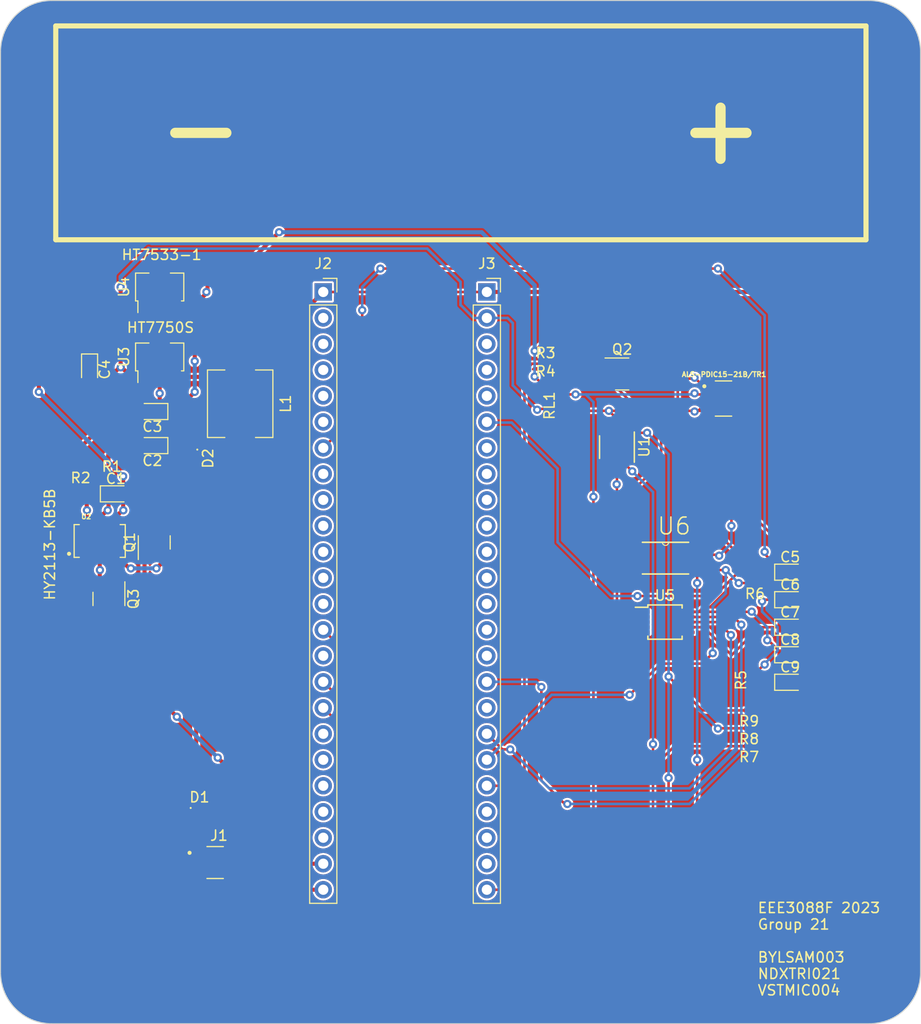
<source format=kicad_pcb>
(kicad_pcb (version 20221018) (generator pcbnew)
  (layers (0 "F.Cu" signal) (31 "B.Cu" signal) (34 "B.Paste" user) (35 "F.Paste" user) (36 "B.SilkS" user "B.Silkscreen") (37 "F.SilkS" user "F.Silkscreen") (38 "B.Mask" user) (39 "F.Mask" user) (44 "Edge.Cuts" user))
  (net 0 "")
  (net 1 "3V3 Switch")
  (net 2 "Vout - Light_Sensor")
  (net 3 "V5")
  (net 4 "VBatt-")
  (net 5 "Net-(U2-VDD)")
  (net 6 "Net-(D2-K)")
  (net 7 "Net-(U3-VOUT)")
  (net 8 "3V3")
  (net 9 "/NRST")
  (net 10 "Net-(C6-Pad1)")
  (net 11 "Net-(U5-VCC)")
  (net 12 "Net-(D1-A)")
  (net 17 "/PC13")
  (net 18 "/PC14")
  (net 19 "/PC15")
  (net 20 "/PF0")
  (net 21 "/PF1")
  (net 22 "/VSSA")
  (net 23 "/VDDA")
  (net 24 "/PA0")
  (net 25 "/PA1")
  (net 26 "/PA2")
  (net 27 "/PA3")
  (net 28 "SCL")
  (net 29 "/PA5")
  (net 30 "SDA")
  (net 31 "/PA7")
  (net 32 "/PB0")
  (net 33 "/PB1")
  (net 34 "/PB2")
  (net 35 "/PB10")
  (net 36 "/PB11")
  (net 37 "/PB9")
  (net 38 "/PB8")
  (net 39 "/BOOT0")
  (net 40 "/PB6")
  (net 41 "/PB5")
  (net 42 "/PB4")
  (net 43 "/PB3")
  (net 44 "/PA15")
  (net 45 "/PA14")
  (net 46 "/PF7")
  (net 47 "/PF6")
  (net 48 "/PA13")
  (net 49 "Rx")
  (net 50 "/PA11")
  (net 51 "Tx")
  (net 52 "/PA9")
  (net 53 "3V3 Logic")
  (net 54 "/PB15")
  (net 55 "Vcc(RHT sensor)")
  (net 56 "Vcc(Light sensor)")
  (net 57 "Net-(U3-LX)")
  (net 58 "Net-(Q1-D)")
  (net 59 "Net-(Q1-G)")
  (net 60 "Net-(Q2-G)")
  (net 61 "Net-(Q3-G)")
  (net 62 "Net-(U2-CS)")
  (net 67 "D+")
  (net 68 "D-")
  (footprint "Capacitor_Tantalum_SMD:CP_EIA-1608-08_AVX-J" (layer "F.Cu") (at 114.8575 90.17 180)
    (fp_text reference "C3")
    (fp_text value "10uF")
  )
  (footprint "Package_TO_SOT_SMD:SOT-23" (layer "F.Cu") (at 160.8125 86.5)
    (fp_text reference "Q2")
    (fp_text value "2N7002" hide)
  )
  (footprint "Library:OSC_ECX-L35BN-148.3516" (layer "F.Cu") (at 109.704 102.822)
    (fp_text reference "U2")
    (fp_text value "~")
  )
  (footprint "Capacitor_Tantalum_SMD:CP_EIA-1608-08_AVX-J" (layer "F.Cu") (at 108.712 86.0565 -90)
    (fp_text reference "C4")
    (fp_text value "10uF")
  )
  (footprint "Resistor_SMD:R_0201_0603Metric" (layer "F.Cu") (at 173.228 122.88 180)
    (fp_text reference "R7")
    (fp_text value "2K")
  )
  (footprint "Capacitor_Tantalum_SMD:CP_EIA-1608-08_AVX-J" (layer "F.Cu") (at 177.2425 105.872)
    (fp_text reference "C5")
    (fp_text value "100nF")
  )
  (footprint "Resistor_SMD:R_0201_0603Metric" (layer "F.Cu") (at 110.883 94.5 180)
    (fp_text reference "R1")
    (fp_text value "100")
  )
  (footprint "Resistor_SMD:R_0201_0603Metric" (layer "F.Cu") (at 153.32 87.29)
    (fp_text reference "R4")
    (fp_text value "10k")
  )
  (footprint "Connector_PinSocket_2.54mm:PinSocket_1x24_P2.54mm_Vertical" (layer "F.Cu") (at 131.572 78.486)
    (fp_text reference "J2")
    (fp_text value "Conn_01x24_Socket")
  )
  (footprint "Library:SOT95P280X145-6N" (layer "F.Cu") (at 120.995 134.25)
    (fp_text reference "J1")
    (fp_text value "USB_B_Micro")
  )
  (footprint "Capacitor_Tantalum_SMD:CP_EIA-1608-08_AVX-J" (layer "F.Cu") (at 177.2425 116.632)
    (fp_text reference "C9")
    (fp_text value "100nF")
  )
  (footprint "Capacitor_Tantalum_SMD:CP_EIA-1608-08_AVX-J" (layer "F.Cu") (at 177.2425 108.562)
    (fp_text reference "C6")
    (fp_text value "100nF")
  )
  (footprint "Resistor_SMD:R_0201_0603Metric" (layer "F.Cu") (at 173.228 119.38 180)
    (fp_text reference "R9")
    (fp_text value "2K")
  )
  (footprint "Resistor_SMD:R_0201_0603Metric" (layer "F.Cu") (at 107.835 97.708)
    (fp_text reference "R2")
    (fp_text value "2K")
  )
  (footprint "Capacitor_Tantalum_SMD:CP_EIA-1608-08_AVX-J" (layer "F.Cu") (at 111.2775 98.216)
    (fp_text reference "C1")
    (fp_text value "100nF")
  )
  (footprint "Diode_SMD:D_0201_0603Metric" (layer "F.Cu") (at 119.25 94.75 -90)
    (fp_text reference "D2")
    (fp_text value "D_Schottky")
  )
  (footprint "Connector_PinSocket_2.54mm:PinSocket_1x24_P2.54mm_Vertical" (layer "F.Cu") (at 147.574 78.486)
    (fp_text reference "J3")
    (fp_text value "Conn_01x24_Socket")
  )
  (footprint "Library:BAT_BH-18650-W" (layer "F.Cu") (at 145.034 62.484)
    (fp_text reference "BT1" hide)
    (fp_text value "Battery_Cell" hide)
  )
  (footprint "Package_TO_SOT_SMD:SOT-89-3" (layer "F.Cu") (at 115.57 84.836 90)
    (fp_text reference "U3")
    (fp_text value "~")
  )
  (footprint "Diode_SMD:D_0201_0603Metric" (layer "F.Cu") (at 119.462 128.916)
    (fp_text reference "D1")
    (fp_text value "D_Schottky")
  )
  (footprint "Package_TO_SOT_SMD:SOT-23" (layer "F.Cu") (at 110.606 108.4855 -90)
    (fp_text reference "Q3")
    (fp_text value "2N7002" hide)
  )
  (footprint "Package_TO_SOT_SMD:SOT-23" (layer "F.Cu") (at 115.038 102.9635 90)
    (fp_text reference "Q1")
    (fp_text value "2N7002")
  )
  (footprint "Library:SOP65P638X110-8N" (layer "F.Cu") (at 165.05 104.5)
    (fp_text reference "U6")
    (fp_text value "CAT24C256")
  )
  (footprint "Package_TO_SOT_SMD:SOT-89-3" (layer "F.Cu") (at 115.57 78 90)
    (fp_text reference "U4")
    (fp_text value "HT7533-1-SOT89")
  )
  (footprint "Resistor_SMD:R_0201_0603Metric" (layer "F.Cu") (at 154.75 89.595 90)
    (fp_text reference "RL1")
    (fp_text value "10k")
  )
  (footprint "Capacitor_Tantalum_SMD:CP_EIA-1608-08_AVX-J" (layer "F.Cu") (at 177.2425 111.252)
    (fp_text reference "C7")
    (fp_text value "1uF")
  )
  (footprint "Library:CAPCAV_CKCA43-8" (layer "F.Cu") (at 170.725 88.9)
    (fp_text reference "ALS-PDIC15-21B/TR1")
    (fp_text value "~")
  )
  (footprint "Resistor_SMD:R_0201_0603Metric" (layer "F.Cu") (at 173.802 106.934 180)
    (fp_text reference "R6")
    (fp_text value "2K")
  )
  (footprint "Resistor_SMD:R_0201_0603Metric" (layer "F.Cu") (at 173.228 121.13 180)
    (fp_text reference "R8")
    (fp_text value "2K")
  )
  (footprint "Package_SON:Texas_PWSON-N6" (layer "F.Cu") (at 160.3 93.65 -90)
    (fp_text reference "U1")
    (fp_text value "HDC1080")
  )
  (footprint "Inductor_SMD:L_6.3x6.3_H3" (layer "F.Cu") (at 123.444 89.408 -90)
    (fp_text reference "L1")
    (fp_text value "10uH")
  )
  (footprint "Capacitor_Tantalum_SMD:CP_EIA-1608-08_AVX-J" (layer "F.Cu") (at 177.2425 113.942)
    (fp_text reference "C8")
    (fp_text value "100nF")
  )
  (footprint "Resistor_SMD:R_0201_0603Metric" (layer "F.Cu") (at 153.32 85.5)
    (fp_text reference "R3")
    (fp_text value "330")
  )
  (footprint "Capacitor_Tantalum_SMD:CP_EIA-1608-08_AVX-J" (layer "F.Cu") (at 114.8575 93.5 180)
    (fp_text reference "C2")
    (fp_text value "10uF")
  )
  (footprint "Package_SO:MSOP-10_3x3mm_P0.5mm" (layer "F.Cu") (at 165 110.75)
    (fp_text reference "U5")
    (fp_text value "CH340E")
  )
  (footprint "Resistor_SMD:R_0201_0603Metric" (layer "F.Cu") (at 173.482 116.423 90)
    (fp_text reference "R5")
    (fp_text value "100K")
  )
  (gr_line (start 100 55) (end 100 145) (stroke (width 0.1)) (layer "Edge.Cuts"))
  (gr_line (start 190 55) (end 190 145) (stroke (width 0.1)) (layer "Edge.Cuts"))
  (gr_arc (start 100 55) (mid 101.464466 51.464466) (end 105 50) (stroke (width 0.1)) (layer "Edge.Cuts"))
  (gr_line (start 185 150) (end 105 150) (stroke (width 0.1)) (layer "Edge.Cuts"))
  (gr_arc (start 190 145) (mid 188.535534 148.535534) (end 185 150) (stroke (width 0.1)) (layer "Edge.Cuts"))
  (gr_line (start 105 50) (end 185 50) (stroke (width 0.1)) (layer "Edge.Cuts"))
  (gr_arc (start 185 50) (mid 188.535534 51.464466) (end 190 55) (stroke (width 0.1)) (layer "Edge.Cuts"))
  (gr_arc (start 105 150) (mid 101.464466 148.535534) (end 100 145) (stroke (width 0.1)) (layer "Edge.Cuts"))
  (gr_text "EEE3088F 2023\nGroup 21\n\nBYLSAM003\nNDXTRI021\nVSTMIC004" (at 173.99 147.32) (layer "F.SilkS") (effects (font (size 1 1)) (justify left bottom)))
  (gr_text "HT7533-1\n" (at 111.76 75.438) (layer "F.SilkS") (effects (font (size 1 1)) (justify left bottom)))
  (gr_text "HY2113-KB5B" (at 105.41 108.712 90) (layer "F.SilkS") (effects (font (size 1 1)) (justify left bottom)))
  (gr_text "HT7750S" (at 112.268 82.55) (layer "F.SilkS") (effects (font (size 1 1)) (justify left bottom)))
  (segment (start 160.3 99.45) (end 160.3 99.568) (width 0.25) (layer "F.Cu") (net 1))
  (segment (start 122.366 134.366) (end 124.75 134.366) (width 0.4) (layer "F.Cu") (net 1))
  (segment (start 111.75 79.25) (end 112.45 79.95) (width 0.4) (layer "F.Cu") (net 1))
  (segment (start 162.1544 103.5348) (end 162.1544 104.1698) (width 0.25) (layer "F.Cu") (net 1))
  (segment (start 126 133.116) (end 124.75 134.366) (width 0.4) (layer "F.Cu") (net 1))
  (segment (start 163.25 90.1) (end 162.6 90.1) (width 0.25) (layer "F.Cu") (net 1))
  (segment (start 162.525 90.1) (end 159.875 87.45) (width 0.25) (layer "F.Cu") (net 1))
  (segment (start 107.515 97.735) (end 106 99.25) (width 0.4) (layer "F.Cu") (net 1))
  (segment (start 114.07 86.786) (end 114.07 90.095) (width 0.4) (layer "F.Cu") (net 1))
  (segment (start 108.423 109.423) (end 110.606 109.423) (width 0.4) (layer "F.Cu") (net 1))
  (segment (start 159.512 90.1) (end 160.3 90.888) (width 0.25) (layer "F.Cu") (net 1))
  (segment (start 107.515 97.708) (end 107.515 97.735) (width 0.4) (layer "F.Cu") (net 1))
  (segment (start 167.964 90.1) (end 168.25 90.1) (width 0.25) (layer "F.Cu") (net 1))
  (segment (start 152.585 89.915) (end 152.5 90) (width 0.25) (layer "F.Cu") (net 1))
  (segment (start 168.75 87.7) (end 168 86.95) (width 0.25) (layer "F.Cu") (net 1))
  (segment (start 171.5 98.25) (end 164.625 91.375) (width 0.25) (layer "F.Cu") (net 1))
  (segment (start 160.3 109.246) (end 161.804 110.75) (width 0.25) (layer "F.Cu") (net 1))
  (segment (start 167.15 90.1) (end 167.824 90.1) (width 0.25) (layer "F.Cu") (net 1))
  (segment (start 162.1544 103.5348) (end 162.1544 105.4652) (width 0.25) (layer "F.Cu") (net 1))
  (segment (start 168.25 90.1) (end 169.95 90.1) (width 0.25) (layer "F.Cu") (net 1))
  (segment (start 166.25 87.7) (end 166.25 89.2) (width 0.25) (layer "F.Cu") (net 1))
  (segment (start 106 99.25) (end 106 107) (width 0.4) (layer "F.Cu") (net 1))
  (segment (start 107.5 94) (end 111.33 90.17) (width 0.4) (layer "F.Cu") (net 1))
  (segment (start 160.3 101.6804) (end 160.3 109.246) (width 0.25) (layer "F.Cu") (net 1))
  (segment (start 169.95 89.3) (end 169.05 89.3) (width 0.25) (layer "F.Cu") (net 1))
  (segment (start 108.712 86.769) (end 108.729 86.786) (width 0.4) (layer "F.Cu") (net 1))
  (segment (start 163.35 90.1) (end 163.25 90.1) (width 0.25) (layer "F.Cu") (net 1))
  (segment (start 111.852 85.852) (end 112.786 86.786) (width 0.4) (layer "F.Cu") (net 1))
  (segment (start 107.515 94.015) (end 107.5 94) (width 0.4) (layer "F.Cu") (net 1))
  (segment (start 121.25 124) (end 126 128.75) (width 0.4) (layer "F.Cu") (net 1))
  (segment (start 160.3 90.888) (end 160.3 92.25) (width 0.25) (layer "F.Cu") (net 1))
  (segment (start 164.625 95.125) (end 160.3 99.45) (width 0.25) (layer "F.Cu") (net 1))
  (segment (start 110.583 109.446) (end 110.606 109.423) (width 0.25) (layer "F.Cu") (net 1))
  (segment (start 177.955 105.872) (end 177.955 116.632) (width 0.25) (layer "F.Cu") (net 1))
  (segment (start 158.75 90.1) (end 154.935 90.1) (width 0.25) (layer "F.Cu") (net 1))
  (segment (start 162.6 90.1) (end 162.525 90.1) (width 0.25) (layer "F.Cu") (net 1))
  (segment (start 112.45 79.95) (end 114.07 79.95) (width 0.4) (layer "F.Cu") (net 1))
  (segment (start 169.95 87.7) (end 168.75 87.7) (width 0.25) (layer "F.Cu") (net 1))
  (segment (start 111.33 90.17) (end 114.145 90.17) (width 0.4) (layer "F.Cu") (net 1))
  (segment (start 177.955 104.705) (end 171.5 98.25) (width 0.25) (layer "F.Cu") (net 1))
  (segment (start 167.894 90.17) (end 167.964 90.1) (width 0.25) (layer "F.Cu") (net 1))
  (segment (start 164.625 91.375) (end 163.35 90.1) (width 0.25) (layer "F.Cu") (net 1))
  (segment (start 167.824 90.1) (end 167.894 90.17) (width 0.25) (layer "F.Cu") (net 1))
  (segment (start 160.3 97.308) (end 160.3 99.568) (width 0.25) (layer "F.Cu") (net 1))
  (segment (start 160.3 97) (end 160.3 97.256) (width 0.25) (layer "F.Cu") (net 1))
  (segment (start 167 86.95) (end 166.25 87.7) (width 0.25) (layer "F.Cu") (net 1))
  (segment (start 170.2105 104.1698) (end 170.3 104.2593) (width 0.25) (layer "F.Cu") (net 1))
  (segment (start 114.145 90.17) (end 114.145 93.5) (width 0.4) (layer "F.Cu") (net 1))
  (segment (start 154.75 89.915) (end 152.585 89.915) (width 0.25) (layer "F.Cu") (net 1))
  (segment (start 111.75 78) (end 111.75 79.25) (width 0.4) (layer "F.Cu") (net 1))
  (segment (start 159.512 90.1) (end 162.6 90.1) (width 0.25) (layer "F.Cu") (net 1))
  (segment (start 160.274 97.282) (end 160.3 97.308) (width 0.25) (layer "F.Cu") (net 1))
  (segment (start 161.804 110.75) (end 162.8 110.75) (width 0.25) (layer "F.Cu") (net 1))
  (segment (start 112.45 79.95) (end 112.3 79.95) (width 0.4) (layer "F.Cu") (net 1))
  (segment (start 168 86.95) (end 167.976 86.95) (width 0.25) (layer "F.Cu") (net 1))
  (segment (start 111.75 85.75) (end 111.76 85.76) (width 0.4) (layer "F.Cu") (net 1))
  (segment (start 126 133.116) (end 127.25 134.366) (width 0.4) (layer "F.Cu") (net 1))
  (segment (start 110.606 109.423) (end 110.606 113.356) (width 0.4) (layer "F.Cu") (net 1))
  (segment (start 160.3 97.256) (end 160.274 97.282) (width 0.25) (layer "F.Cu") (net 1))
  (segment (start 169.05 89.3) (end 168.25 90.1) (width 0.25) (layer "F.Cu") (net 1))
  (segment (start 159.75 87.575) (end 159.625 87.45) (width 0.25) (layer "F.Cu") (net 1))
  (segment (start 167.9456 104.1698) (end 170.2105 104.1698) (width 0.25) (layer "F.Cu") (net 1))
  (segment (start 127.25 134.366) (end 131.572 134.366) (width 0.4) (layer "F.Cu") (net 1))
  (segment (start 166.25 89.2) (end 167.15 90.1) (width 0.25) (layer "F.Cu") (net 1))
  (segment (start 160.3 97) (end 160.3 95.05) (width 0.25) (layer "F.Cu") (net 1))
  (segment (start 160.3 99.568) (end 160.3 101.6804) (width 0.25) (layer "F.Cu") (net 1))
  (segment (start 167.894 86.868) (end 167.812 86.95) (width 0.25) (layer "F.Cu") (net 1))
  (segment (start 111.75 80.5) (end 111.75 85.75) (width 0.4) (layer "F.Cu") (net 1))
  (segment (start 114.07 90.095) (end 114.145 90.17) (width 0.4) (layer "F.Cu") (net 1))
  (segment (start 112.3 79.95) (end 111.75 80.5) (width 0.4) (layer "F.Cu") (net 1))
  (segment (start 111.76 85.852) (end 111.852 85.852) (width 0.4) (layer "F.Cu") (net 1))
  (segment (start 111.76 85.76) (end 111.76 85.852) (width 0.4) (layer "F.Cu") (net 1))
  (segment (start 108.712 86.769) (end 110.731 86.769) (width 0.4) (layer "F.Cu") (net 1))
  (segment (start 106 107) (end 108.423 109.423) (width 0.4) (layer "F.Cu") (net 1))
  (segment (start 122.25 134.25) (end 122.366 134.366) (width 0.4) (layer "F.Cu") (net 1))
  (segment (start 164.625 91.375) (end 164.625 95.125) (width 0.25) (layer "F.Cu") (net 1))
  (segment (start 107.515 97.708) (end 107.515 94.015) (width 0.4) (layer "F.Cu") (net 1))
  (segment (start 154.935 90.1) (end 154.75 89.915) (width 0.25) (layer "F.Cu") (net 1))
  (segment (start 159.512 90.1) (end 158.75 90.1) (width 0.25) (layer "F.Cu") (net 1))
  (segment (start 112.786 86.786) (end 114.07 86.786) (width 0.4) (layer "F.Cu") (net 1))
  (segment (start 177.955 105.872) (end 177.955 104.705) (width 0.25) (layer "F.Cu") (net 1))
  (segment (start 110.606 113.356) (end 117.25 120) (width 0.4) (layer "F.Cu") (net 1))
  (segment (start 167.15 90.1) (end 163.25 90.1) (width 0.25) (layer "F.Cu") (net 1))
  (segment (start 110.731 86.769) (end 111.75 85.75) (width 0.4) (layer "F.Cu") (net 1))
  (segment (start 167.976 86.95) (end 167.894 86.868) (width 0.25) (layer "F.Cu") (net 1))
  (segment (start 171.5 101.346) (end 171.5 98.25) (width 0.25) (layer "F.Cu") (net 1))
  (segment (start 159.512 90.1) (end 159.696 90.1) (width 0.25) (layer "F.Cu") (net 1))
  (segment (start 126 128.75) (end 126 133.116) (width 0.4) (layer "F.Cu") (net 1))
  (segment (start 160.3 101.6804) (end 162.1544 103.5348) (width 0.25) (layer "F.Cu") (net 1))
  (segment (start 167.812 86.95) (end 167 86.95) (width 0.25) (layer "F.Cu") (net 1))
  (via (at 111.76 85.852) (size 0.8) (drill 0.4) (layers "F.Cu" "B.Cu") (net 1))
  (via (at 171.5 101.346) (size 0.8) (drill 0.4) (layers "F.Cu" "B.Cu") (net 1))
  (via (at 160.274 97.282) (size 0.8) (drill 0.4) (layers "F.Cu" "B.Cu") (net 1))
  (via (at 159.512 90.1) (size 0.8) (drill 0.4) (layers "F.Cu" "B.Cu") (net 1))
  (via (at 121.25 124) (size 0.8) (drill 0.4) (layers "F.Cu" "B.Cu") (net 1))
  (via (at 167.894 86.868) (size 0.8) (drill 0.4) (layers "F.Cu" "B.Cu") (net 1))
  (via (at 111.75 78) (size 0.8) (drill 0.4) (layers "F.Cu" "B.Cu") (net 1))
  (via (at 170.3 104.2593) (size 0.8) (drill 0.4) (layers "F.Cu" "B.Cu") (net 1))
  (via (at 167.894 90.17) (size 0.8) (drill 0.4) (layers "F.Cu" "B.Cu") (net 1))
  (via (at 152.5 90) (size 0.8) (drill 0.4) (layers "F.Cu" "B.Cu") (net 1))
  (via (at 117.25 120) (size 0.8) (drill 0.4) (layers "F.Cu" "B.Cu") (net 1))
  (segment (start 150.114 81.534) (end 150.114 87.614) (width 0.25) (layer "B.Cu") (net 1))
  (segment (start 114.5 74.25) (end 141.75 74.25) (width 0.25) (layer "B.Cu") (net 1))
  (segment (start 170.3 104.25) (end 170.3 104.2593) (width 0.25) (layer "B.Cu") (net 1))
  (segment (start 141.75 74.25) (end 145 77.5) (width 0.25) (layer "B.Cu") (net 1))
  (segment (start 150.114 87.614) (end 152.5 90) (width 0.25) (layer "B.Cu") (net 1))
  (segment (start 145 77.5) (end 145 79.75) (width 0.25) (layer "B.Cu") (net 1))
  (segment (start 171.5 101.346) (end 171.5 103.05) (width 0.25) (layer "B.Cu") (net 1))
  (segment (start 111.75 78) (end 111.75 77) (width 0.4) (layer "B.Cu") (net 1))
  (segment (start 171.5 103.05) (end 170.3 104.25) (width 0.25) (layer "B.Cu") (net 1))
  (segment (start 149.606 81.026) (end 150.114 81.534) (width 0.25) (layer "B.Cu") (net 1))
  (segment (start 117.25 120) (end 121.25 124) (width 0.4) (layer "B.Cu") (net 1))
  (segment (start 147.574 81.026) (end 149.606 81.026) (width 0.25) (layer "B.Cu") (net 1))
  (segment (start 111.75 77) (end 114.5 74.25) (width 0.4) (layer "B.Cu") (net 1))
  (segment (start 146.276 81.026) (end 145 79.75) (width 0.25) (layer "B.Cu") (net 1))
  (segment (start 147.574 81.026) (end 146.276 81.026) (width 0.25) (layer "B.Cu") (net 1))
  (segment (start 167.894 88.392) (end 168.002 88.5) (width 0.25) (layer "F.Cu") (net 2))
  (segment (start 158 130) (end 151.094 136.906) (width 0.25) (layer "F.Cu") (net 2))
  (segment (start 158 98.5) (end 158 130) (width 0.25) (layer "F.Cu") (net 2))
  (segment (start 156.25 88.5) (end 155.525 88.5) (width 0.25) (layer "F.Cu") (net 2))
  (segment (start 168.002 88.5) (end 169.95 88.5) (width 0.25) (layer "F.Cu") (net 2))
  (segment (start 151.094 136.906) (end 147.574 136.906) (width 0.25) (layer "F.Cu") (net 2))
  (segment (start 155.525 88.5) (end 154.75 89.275) (width 0.25) (layer "F.Cu") (net 2))
  (via (at 158 98.5) (size 0.8) (drill 0.4) (layers "F.Cu" "B.Cu") (net 2))
  (via (at 156.25 88.5) (size 0.8) (drill 0.4) (layers "F.Cu" "B.Cu") (net 2))
  (via (at 167.894 88.392) (size 0.8) (drill 0.4) (layers "F.Cu" "B.Cu") (net 2))
  (segment (start 167.786 88.5) (end 157.25 88.5) (width 0.25) (layer "B.Cu") (net 2))
  (segment (start 157.25 88.5) (end 156.25 88.5) (width 0.25) (layer "B.Cu") (net 2))
  (segment (start 157.25 88.5) (end 158 89.25) (width 0.25) (layer "B.Cu") (net 2))
  (segment (start 167.894 88.392) (end 167.786 88.5) (width 0.25) (layer "B.Cu") (net 2))
  (segment (start 158 91.25) (end 158 98.5) (width 0.25) (layer "B.Cu") (net 2))
  (segment (start 158 89.25) (end 158 91.25) (width 0.25) (layer "B.Cu") (net 2))
  (segment (start 173.482 109.728) (end 173.46 109.75) (width 0.25) (layer "F.Cu") (net 3))
  (segment (start 147.574 78.486) (end 131.572 78.486) (width 0.25) (layer "F.Cu") (net 3))
  (segment (start 174.122 106.934) (end 174.122 106.05) (width 0.25) (layer "F.Cu") (net 3))
  (segment (start 168.91 102.616) (end 170.688 102.616) (width 0.25) (layer "F.Cu") (net 3))
  (segment (start 167.9456 103.5348) (end 167.9912 103.5348) (width 0.25) (layer "F.Cu") (net 3))
  (segment (start 170.3 107.75) (end 168.3 109.75) (width 0.25) (layer "F.Cu") (net 3))
  (segment (start 170.688 102.616) (end 172.55 104.478) (width 0.25) (layer "F.Cu") (net 3))
  (segment (start 119 128.774) (end 119.142 128.916) (width 0.4) (layer "F.Cu") (net 3))
  (segment (start 169.846 108.204) (end 162.306 108.204) (width 0.25) (layer "F.Cu") (net 3))
  (segment (start 173.482 116.743) (end 176.419 116.743) (width 0.25) (layer "F.Cu") (net 3))
  (segment (start 174.122 106.05) (end 172.55 104.478) (width 0.25) (layer "F.Cu") (net 3))
  (segment (start 175.11 112.522) (end 176.53 113.942) (width 0.25) (layer "F.Cu") (net 3))
  (segment (start 119.142 128.916) (end 119.142 103.608) (width 0.4) (layer "F.Cu") (net 3))
  (segment (start 117.089 134.634) (end 119.361 136.906) (width 0.4) (layer "F.Cu") (net 3))
  (segment (start 131.572 78.486) (end 128.25 81.808) (width 0.4) (layer "F.Cu") (net 3))
  (segment (start 186.75 64.925) (end 184.759 62.934) (width 0.25) (layer "F.Cu") (net 3))
  (segment (start 124.5 102.25) (end 120.5 102.25) (width 0.4) (layer "F.Cu") (net 3))
  (segment (start 119.25 95.07) (end 111.773 95.07) (width 0.4) (layer "F.Cu") (net 3))
  (segment (start 128.25 81.808) (end 128.25 98.5) (width 0.4) (layer "F.Cu") (net 3))
  (segment (start 175.006 112.522) (end 175.11 112.522) (width 0.25) (layer "F.Cu") (net 3))
  (segment (start 173.482 119.314) (end 173.548 119.38) (width 0.25) (layer "F.Cu") (net 3))
  (segment (start 173.548 119.38) (end 173.548 121.13) (width 0.25) (layer "F.Cu") (net 3))
  (segment (start 176.419 116.743) (end 176.53 116.632) (width 0.25) (layer "F.Cu") (net 3))
  (segment (start 170.3 107.75) (end 169.846 108.204) (width 0.25) (layer "F.Cu") (net 3))
  (segment (start 186.5 73.25) (end 186.5 64.675) (width 0.4) (layer "F.Cu") (net 3))
  (segment (start 119.361 136.906) (end 131.572 136.906) (width 0.4) (layer "F.Cu") (net 3))
  (segment (start 186.5 64.675) (end 184.759 62.934) (width 0.4) (layer "F.Cu") (net 3))
  (segment (start 147.574 78.486) (end 181.264 78.486) (width 0.4) (layer "F.Cu") (net 3))
  (segment (start 120.5 102.25) (end 119.25 101) (width 0.4) (layer "F.Cu") (net 3))
  (segment (start 167.9912 103.5348) (end 168.91 102.616) (width 0.25) (layer "F.Cu") (net 3))
  (segment (start 119.142 128.916) (end 117.089 130.969) (width 0.4) (layer "F.Cu") (net 3))
  (segment (start 172.55 104.478) (end 172.55 105.5) (width 0.25) (layer "F.Cu") (net 3))
  (segment (start 176.53 116.632) (end 176.256 116.906) (width 0.25) (layer "F.Cu") (net 3))
  (segment (start 176.53 113.942) (end 176.53 116.632) (width 0.25) (layer "F.Cu") (net 3))
  (segment (start 111.773 95.07) (end 111.203 94.5) (width 0.4) (layer "F.Cu") (net 3))
  (segment (start 168.3 109.75) (end 167.2 109.75) (width 0.25) (layer "F.Cu") (net 3))
  (segment (start 128.25 98.5) (end 124.5 102.25) (width 0.4) (layer "F.Cu") (net 3))
  (segment (start 173.482 116.743) (end 173.482 119.314) (width 0.25) (layer "F.Cu") (net 3))
  (segment (start 173.46 109.75) (end 167.2 109.75) (width 0.25) (layer "F.Cu") (net 3))
  (segment (start 117.089 130.969) (end 117.089 134.634) (width 0.4) (layer "F.Cu") (net 3))
  (segment (start 181.264 78.486) (end 186.5 73.25) (width 0.4) (layer "F.Cu") (net 3))
  (segment (start 119.25 95.07) (end 119.25 101) (width 0.4) (layer "F.Cu") (net 3))
  (segment (start 172.55 105.5) (end 170.3 107.75) (width 0.25) (layer "F.Cu") (net 3))
  (segment (start 119.142 103.608) (end 120.5 102.25) (width 0.4) (layer "F.Cu") (net 3))
  (segment (start 173.548 122.88) (end 173.548 121.13) (width 0.25) (layer "F.Cu") (net 3))
  (via (at 162.306 108.204) (size 0.8) (drill 0.4) (layers "F.Cu" "B.Cu") (net 3))
  (via (at 173.482 109.728) (size 0.8) (drill 0.4) (layers "F.Cu" "B.Cu") (net 3))
  (via (at 175.006 112.522) (size 0.8) (drill 0.4) (layers "F.Cu" "B.Cu") (net 3))
  (segment (start 154.5 102.95) (end 154.5 95.75) (width 0.25) (layer "B.Cu") (net 3))
  (segment (start 147.638 91.25) (end 147.574 91.186) (width 0.25) (layer "B.Cu") (net 3))
  (segment (start 154.5 95.75) (end 150 91.25) (width 0.25) (layer "B.Cu") (net 3))
  (segment (start 175.006 111.252) (end 175.006 112.522) (width 0.25) (layer "B.Cu") (net 3))
  (segment (start 173.482 109.728) (end 175.006 111.252) (width 0.25) (layer "B.Cu") (net 3))
  (segment (start 150 91.25) (end 147.638 91.25) (width 0.25) (layer "B.Cu") (net 3))
  (segment (start 159.754 108.204) (end 154.5 102.95) (width 0.25) (layer "B.Cu") (net 3))
  (segment (start 162.306 108.204) (end 159.754 108.204) (width 0.25) (layer "B.Cu") (net 3))
  (segment (start 103.75 64.493) (end 103.75 88.25) (width 0.4) (layer "F.Cu") (net 4))
  (segment (start 115 101.988) (end 115.038 102.026) (width 0.4) (layer "F.Cu") (net 4))
  (segment (start 110.974 101.772) (end 110.974 100.776) (width 0.4) (layer "F.Cu") (net 4))
  (segment (start 112 98.226) (end 111.99 98.216) (width 0.4) (layer "F.Cu") (net 4))
  (segment (start 115 100) (end 115 101.988) (width 0.4) (layer "F.Cu") (net 4))
  (segment (start 112 99.75) (end 112 98.226) (width 0.4) (layer "F.Cu") (net 4))
  (segment (start 105.309 62.934) (end 103.75 64.493) (width 0.4) (layer "F.Cu") (net 4))
  (segment (start 110.974 100.776) (end 111.928 99.822) (width 0.4) (layer "F.Cu") (net 4))
  (segment (start 112 96.5) (end 112 98.206) (width 0.4) (layer "F.Cu") (net 4))
  (segment (start 112.014 99.736) (end 112 99.75) (width 0.4) (layer "F.Cu") (net 4))
  (segment (start 113.216 98.216) (end 115 100) (width 0.4) (layer "F.Cu") (net 4))
  (segment (start 111.928 99.822) (end 112.014 99.822) (width 0.4) (layer "F.Cu") (net 4))
  (segment (start 112 98.206) (end 111.99 98.216) (width 0.4) (layer "F.Cu") (net 4))
  (segment (start 112.014 99.822) (end 112.014 99.736) (width 0.4) (layer "F.Cu") (net 4))
  (segment (start 111.99 98.216) (end 113.216 98.216) (width 0.4) (layer "F.Cu") (net 4))
  (via (at 112.014 99.822) (size 0.8) (drill 0.4) (layers "F.Cu" "B.Cu") (net 4))
  (via (at 103.75 88.25) (size 0.8) (drill 0.4) (layers "F.Cu" "B.Cu") (net 4))
  (via (at 112 96.5) (size 0.8) (drill 0.4) (layers "F.Cu" "B.Cu") (net 4))
  (segment (start 103.75 88.25) (end 112 96.5) (width 0.4) (layer "B.Cu") (net 4))
  (segment (start 110.49 99.822) (end 110.428 99.822) (width 0.4) (layer "F.Cu") (net 5))
  (segment (start 110.565 99.685) (end 110.49 99.76) (width 0.4) (layer "F.Cu") (net 5))
  (segment (start 110.565 98.216) (end 110.565 99.685) (width 0.4) (layer "F.Cu") (net 5))
  (segment (start 110.49 99.76) (end 110.49 99.822) (width 0.4) (layer "F.Cu") (net 5))
  (segment (start 109.704 100.546) (end 109.704 101.772) (width 0.4) (layer "F.Cu") (net 5))
  (segment (start 110.563 98.214) (end 110.565 98.216) (width 0.4) (layer "F.Cu") (net 5))
  (segment (start 110.428 99.822) (end 109.704 100.546) (width 0.4) (layer "F.Cu") (net 5))
  (segment (start 110.563 94.5) (end 110.563 98.214) (width 0.4) (layer "F.Cu") (net 5))
  (via (at 110.49 99.822) (size 0.8) (drill 0.4) (layers "F.Cu" "B.Cu") (net 5))
  (segment (start 123.444 93.306) (end 123.444 92.158) (width 0.4) (layer "F.Cu") (net 6))
  (segment (start 119.25 94.43) (end 118.93 94.43) (width 0.4) (layer "F.Cu") (net 6))
  (segment (start 118.93 94.43) (end 118 93.5) (width 0.4) (layer "F.Cu") (net 6))
  (segment (start 119.25 94.43) (end 122.32 94.43) (width 0.4) (layer "F.Cu") (net 6))
  (segment (start 122.32 94.43) (end 123.444 93.306) (width 0.4) (layer "F.Cu") (net 6))
  (segment (start 115.57 93.5) (end 118 93.5) (width 0.4) (layer "F.Cu") (net 6))
  (segment (start 115.57 81.07) (end 115.57 79.8625) (width 0.4) (layer "F.Cu") (net 7))
  (segment (start 116.5 82) (end 115.57 81.07) (width 0.4) (layer "F.Cu") (net 7))
  (segment (start 115.57 90.17) (end 117.08 90.17) (width 0.4) (layer "F.Cu") (net 7))
  (segment (start 119 83) (end 118 82) (width 0.4) (layer "F.Cu") (net 7))
  (segment (start 119 85.25) (end 119 83) (width 0.4) (layer "F.Cu") (net 7))
  (segment (start 115.57 86.6985) (end 115.57 88.392) (width 0.4) (layer "F.Cu") (net 7))
  (segment (start 115.57 88.392) (end 115.57 90.17) (width 0.4) (layer "F.Cu") (net 7))
  (segment (start 118 82) (end 116.5 82) (width 0.4) (layer "F.Cu") (net 7))
  (segment (start 117.08 90.17) (end 119 88.25) (width 0.4) (layer "F.Cu") (net 7))
  (via (at 119 88.25) (size 0.8) (drill 0.4) (layers "F.Cu" "B.Cu") (net 7))
  (via (at 119 85.25) (size 0.8) (drill 0.4) (layers "F.Cu" "B.Cu") (net 7))
  (via (at 115.57 88.392) (size 0.8) (drill 0.4) (layers "F.Cu" "B.Cu") (net 7))
  (segment (start 119 88.25) (end 119 85.25) (width 0.4) (layer "B.Cu") (net 7))
  (segment (start 120.25 78.5) (end 120.264 78.486) (width 0.4) (layer "F.Cu") (net 8))
  (segment (start 153.5 83) (end 160.75 83) (width 0.25) (layer "F.Cu") (net 8))
  (segment (start 160.75 83) (end 161.75 84) (width 0.25) (layer "F.Cu") (net 8))
  (segment (start 118.25 75) (end 124.898 75) (width 0.4) (layer "F.Cu") (net 8))
  (segment (start 124.898 75) (end 127.254 72.644) (width 0.4) (layer "F.Cu") (net 8))
  (segment (start 108.712 85.344) (end 108.712 78.788) (width 0.4) (layer "F.Cu") (net 8))
  (segment (start 120.142 78.608) (end 118.8 79.95) (width 0.4) (layer "F.Cu") (net 8))
  (segment (start 120.142 78.486) (end 120.142 78.608) (width 0.4) (layer "F.Cu") (net 8))
  (segment (start 152.25 84.25) (end 153.5 83) (width 0.25) (layer "F.Cu") (net 8))
  (segment (start 153 87.29) (end 152.79 87.29) (width 0.25) (layer "F.Cu") (net 8))
  (segment (start 108.712 78.788) (end 112.5 75) (width 0.4) (layer "F.Cu") (net 8))
  (segment (start 120.264 78.486) (end 120.142 78.486) (width 0.4) (layer "F.Cu") (net 8))
  (segment (start 152.79 87.29) (end 152.25 86.75) (width 0.25) (layer "F.Cu") (net 8))
  (segment (start 112.5 75) (end 118.25 75) (width 0.4) (layer "F.Cu") (net 8))
  (segment (start 161.75 84) (end 161.75 86.5) (width 0.25) (layer "F.Cu") (net 8))
  (segment (start 118.8 79.95) (end 117.07 79.95) (width 0.4) (layer "F.Cu") (net 8))
  (segment (start 120.25 77) (end 120.25 78.5) (width 0.4) (layer "F.Cu") (net 8))
  (segment (start 118.25 75) (end 120.25 77) (width 0.4) (layer "F.Cu") (net 8))
  (via (at 120.142 78.486) (size 0.8) (drill 0.4) (layers "F.Cu" "B.Cu") (net 8))
  (via (at 152.25 86.75) (size 0.8) (drill 0.4) (layers "F.Cu" "B.Cu") (net 8))
  (via (at 152.25 84.25) (size 0.8) (drill 0.4) (layers "F.Cu" "B.Cu") (net 8))
  (via (at 127.254 72.644) (size 0.8) (drill 0.4) (layers "F.Cu" "B.Cu") (net 8))
  (segment (start 127.254 72.644) (end 147.066 72.644) (width 0.4) (layer "B.Cu") (net 8))
  (segment (start 147.066 72.644) (end 152.25 77.828) (width 0.4) (layer "B.Cu") (net 8))
  (segment (start 152.25 77.828) (end 152.25 84.25) (width 0.4) (layer "B.Cu") (net 8))
  (segment (start 152.25 86.75) (end 152.25 84.25) (width 0.25) (layer "B.Cu") (net 8))
  (segment (start 174.752 104.094) (end 174.752 103.886) (width 0.25) (layer "F.Cu") (net 9))
  (segment (start 131.572 93.726) (end 135.382 89.916) (width 0.25) (layer "F.Cu") (net 9))
  (segment (start 170.18 76.2) (end 137.16 76.2) (width 0.25) (layer "F.Cu") (net 9))
  (segment (start 176.53 105.872) (end 174.752 104.094) (width 0.25) (layer "F.Cu") (net 9))
  (segment (start 135.382 89.916) (end 135.382 80.264) (width 0.25) (layer "F.Cu") (net 9))
  (via (at 137.16 76.2) (size 0.8) (drill 0.4) (layers "F.Cu" "B.Cu") (net 9))
  (via (at 170.18 76.2) (size 0.8) (drill 0.4) (layers "F.Cu" "B.Cu") (net 9))
  (via (at 135.382 80.264) (size 0.8) (drill 0.4) (layers "F.Cu" "B.Cu") (net 9))
  (via (at 174.752 103.886) (size 0.8) (drill 0.4) (layers "F.Cu" "B.Cu") (net 9))
  (segment (start 170.18 76.2) (end 174.752 80.772) (width 0.25) (layer "B.Cu") (net 9))
  (segment (start 135.382 80.264) (end 135.382 77.978) (width 0.25) (layer "B.Cu") (net 9))
  (segment (start 174.752 80.772) (end 174.752 103.886) (width 0.25) (layer "B.Cu") (net 9))
  (segment (start 135.382 77.978) (end 137.16 76.2) (width 0.25) (layer "B.Cu") (net 9))
  (segment (start 174.752 114.899) (end 174.686 114.899) (width 0.25) (layer "F.Cu") (net 10))
  (segment (start 176.53 108.562) (end 174.648 108.562) (width 0.25) (layer "F.Cu") (net 10))
  (segment (start 174.648 108.562) (end 174.498 108.712) (width 0.25) (layer "F.Cu") (net 10))
  (segment (start 174.686 114.899) (end 173.482 116.103) (width 0.25) (layer "F.Cu") (net 10))
  (via (at 174.498 108.712) (size 0.8) (drill 0.4) (layers "F.Cu" "B.Cu") (net 10))
  (via (at 174.752 114.899) (size 0.8) (drill 0.4) (layers "F.Cu" "B.Cu") (net 10))
  (segment (start 176.022 113.538) (end 176.022 111.252) (width 0.25) (layer "B.Cu") (net 10))
  (segment (start 176.022 111.252) (end 174.498 109.728) (width 0.25) (layer "B.Cu") (net 10))
  (segment (start 174.498 115.062) (end 176.022 113.538) (width 0.25) (layer "B.Cu") (net 10))
  (segment (start 174.498 109.728) (end 174.498 108.712) (width 0.25) (layer "B.Cu") (net 10))
  (segment (start 174.244 111.252) (end 176.53 111.252) (width 0.25) (layer "F.Cu") (net 11))
  (segment (start 168.781 111.25) (end 171.5135 113.9825) (width 0.25) (layer "F.Cu") (net 11))
  (segment (start 171.5135 113.9825) (end 174.244 111.252) (width 0.25) (layer "F.Cu") (net 11))
  (segment (start 167.2 111.25) (end 168.781 111.25) (width 0.25) (layer "F.Cu") (net 11))
  (segment (start 119.782 133.258) (end 119.74 133.3) (width 0.4) (layer "F.Cu") (net 12))
  (segment (start 119.782 128.916) (end 119.782 133.258) (width 0.4) (layer "F.Cu") (net 12))
  (segment (start 163.83 124.968) (end 163.83 136.398) (width 0.25) (layer "F.Cu") (net 28))
  (segment (start 137.414 117.348) (end 131.572 111.506) (width 0.25) (layer "F.Cu") (net 28))
  (segment (start 160.274 139.954) (end 139.446 139.954) (width 0.25) (layer "F.Cu") (net 28))
  (segment (start 161.25 95.464) (end 161.798 96.012) (width 0.25) (layer "F.Cu") (net 28))
  (segment (start 172.908 122.88) (end 165.918 122.88) (width 0.25) (layer "F.Cu") (net 28))
  (segment (start 161.25 95.05) (end 161.25 95.464) (width 0.25) (layer "F.Cu") (net 28))
  (segment (start 163.83 136.398) (end 160.274 139.954) (width 0.25) (layer "F.Cu") (net 28))
  (segment (start 165.918 122.88) (end 163.83 124.968) (width 0.25) (layer "F.Cu") (net 28))
  (segment (start 163.83 122.682) (end 163.83 124.968) (width 0.25) (layer "F.Cu") (net 28))
  (segment (start 139.446 139.954) (end 137.414 137.922) (width 0.25) (layer "F.Cu") (net 28))
  (segment (start 137.414 137.922) (end 137.414 117.348) (width 0.25) (layer "F.Cu") (net 28))
  (via (at 161.798 96.012) (size 0.8) (drill 0.4) (layers "F.Cu" "B.Cu") (net 28))
  (via (at 163.83 122.682) (size 0.8) (drill 0.4) (layers "F.Cu" "B.Cu") (net 28))
  (segment (start 163.83 98.044) (end 161.798 96.012) (width 0.25) (layer "B.Cu") (net 28))
  (segment (start 163.83 122.682) (end 163.83 98.044) (width 0.25) (layer "B.Cu") (net 28))
  (segment (start 172.908 119.38) (end 168.656 119.38) (width 0.25) (layer "F.Cu") (net 30))
  (segment (start 168.656 119.38) (end 165.354 116.078) (width 0.25) (layer "F.Cu") (net 30))
  (segment (start 136.144 138.43) (end 136.144 121.158) (width 0.25) (layer "F.Cu") (net 30))
  (segment (start 138.684 140.97) (end 136.144 138.43) (width 0.25) (layer "F.Cu") (net 30))
  (segment (start 161.036 140.97) (end 138.684 140.97) (width 0.25) (layer "F.Cu") (net 30))
  (segment (start 136.144 121.158) (end 131.572 116.586) (width 0.25) (layer "F.Cu") (net 30))
  (segment (start 165.354 125.984) (end 165.354 136.652) (width 0.25) (layer "F.Cu") (net 30))
  (segment (start 165.354 136.652) (end 161.036 140.97) (width 0.25) (layer "F.Cu") (net 30))
  (segment (start 161.25 92.25) (end 163.25 92.25) (width 0.25) (layer "F.Cu") (net 30))
  (via (at 165.354 125.984) (size 0.8) (drill 0.4) (layers "F.Cu" "B.Cu") (net 30))
  (via (at 163.25 92.25) (size 0.8) (drill 0.4) (layers "F.Cu" "B.Cu") (net 30))
  (via (at 165.354 116.078) (size 0.8) (drill 0.4) (layers "F.Cu" "B.Cu") (net 30))
  (segment (start 165.354 116.078) (end 165.354 125.984) (width 0.25) (layer "B.Cu") (net 30))
  (segment (start 165.354 116.078) (end 165.354 94.354) (width 0.25) (layer "B.Cu") (net 30))
  (segment (start 165.354 94.354) (end 163.25 92.25) (width 0.25) (layer "B.Cu") (net 30))
  (segment (start 170.18 121.158) (end 170.208 121.13) (width 0.25) (layer "F.Cu") (net 31))
  (segment (start 170.208 121.13) (end 172.908 121.13) (width 0.25) (layer "F.Cu") (net 31))
  (segment (start 168.148 106.934) (end 168.148 105.6676) (width 0.25) (layer "F.Cu") (net 31))
  (segment (start 134.874 122.428) (end 131.572 119.126) (width 0.25) (layer "F.Cu") (net 31))
  (segment (start 137.668 141.986) (end 134.424 138.742) (width 0.25) (layer "F.Cu") (net 31))
  (segment (start 161.544 141.986) (end 137.668 141.986) (width 0.25) (layer "F.Cu") (net 31))
  (segment (start 134.424 122.878) (end 134.874 122.428) (width 0.25) (layer "F.Cu") (net 31))
  (segment (start 134.424 138.742) (end 134.424 122.878) (width 0.25) (layer "F.Cu") (net 31))
  (segment (start 168.148 124.206) (end 168.148 135.382) (width 0.25) (layer "F.Cu") (net 31))
  (segment (start 168.148 135.382) (end 161.544 141.986) (width 0.25) (layer "F.Cu") (net 31))
  (segment (start 168.148 105.6676) (end 167.9456 105.4652) (width 0.25) (layer "F.Cu") (net 31))
  (via (at 170.18 121.158) (size 0.8) (drill 0.4) (layers "F.Cu" "B.Cu") (net 31))
  (via (at 168.148 124.206) (size 0.8) (drill 0.4) (layers "F.Cu" "B.Cu") (net 31))
  (via (at 168.148 106.934) (size 0.8) (drill 0.4) (layers "F.Cu" "B.Cu") (net 31))
  (segment (start 170.18 121.158) (end 168.148 119.126) (width 0.25) (layer "B.Cu") (net 31))
  (segment (start 168.148 119.126) (end 168.148 106.934) (width 0.25) (layer "B.Cu") (net 31))
  (segment (start 168.148 119.126) (end 168.148 124.206) (width 0.25) (layer "B.Cu") (net 31))
  (segment (start 155.194 128.524) (end 155.448 128.524) (width 0.25) (layer "F.Cu") (net 49))
  (segment (start 152.908 117.094) (end 152.908 126.238) (width 0.25) (layer "F.Cu") (net 49))
  (segment (start 171.718 110.25) (end 167.2 110.25) (width 0.25) (layer "F.Cu") (net 49))
  (segment (start 172.466 110.998) (end 171.718 110.25) (width 0.25) (layer "F.Cu") (net 49))
  (segment (start 152.908 126.238) (end 155.194 128.524) (width 0.25) (layer "F.Cu") (net 49))
  (via (at 172.466 110.998) (size 0.8) (drill 0.4) (layers "F.Cu" "B.Cu") (net 49))
  (via (at 155.448 128.524) (size 0.8) (drill 0.4) (layers "F.Cu" "B.Cu") (net 49))
  (via (at 152.908 117.094) (size 0.8) (drill 0.4) (layers "F.Cu" "B.Cu") (net 49))
  (segment (start 152.908 117.094) (end 152.4 116.586) (width 0.25) (layer "B.Cu") (net 49))
  (segment (start 167.386 128.524) (end 172.466 123.444) (width 0.25) (layer "B.Cu") (net 49))
  (segment (start 172.466 123.444) (end 172.466 110.998) (width 0.25) (layer "B.Cu") (net 49))
  (segment (start 155.448 128.524) (end 167.386 128.524) (width 0.25) (layer "B.Cu") (net 49))
  (segment (start 152.4 116.586) (end 147.574 116.586) (width 0.25) (layer "B.Cu") (net 49))
  (segment (start 171.45 112.014) (end 170.186 110.75) (width 0.25) (layer "F.Cu") (net 51))
  (segment (start 149.098 123.19) (end 147.574 121.666) (width 0.25) (layer "F.Cu") (net 51))
  (segment (start 170.186 110.75) (end 167.2 110.75) (width 0.25) (layer "F.Cu") (net 51))
  (segment (start 149.86 123.19) (end 149.098 123.19) (width 0.25) (layer "F.Cu") (net 51))
  (via (at 171.45 112.014) (size 0.8) (drill 0.4) (layers "F.Cu" "B.Cu") (net 51))
  (via (at 149.86 123.19) (size 0.8) (drill 0.4) (layers "F.Cu" "B.Cu") (net 51))
  (segment (start 167.386 127) (end 171.45 122.936) (width 0.25) (layer "B.Cu") (net 51))
  (segment (start 149.86 123.19) (end 153.67 127) (width 0.25) (layer "B.Cu") (net 51))
  (segment (start 171.45 122.936) (end 171.45 112.014) (width 0.25) (layer "B.Cu") (net 51))
  (segment (start 153.67 127) (end 167.386 127) (width 0.25) (layer "B.Cu") (net 51))
  (segment (start 168.656 114.808) (end 169.672 113.792) (width 0.25) (layer "F.Cu") (net 52))
  (segment (start 169.926 105.664) (end 169.0922 104.8302) (width 0.25) (layer "F.Cu") (net 52))
  (segment (start 161.544 117.856) (end 164.592 114.808) (width 0.25) (layer "F.Cu") (net 52))
  (segment (start 172.212 106.934) (end 173.482 106.934) (width 0.25) (layer "F.Cu") (net 52))
  (segment (start 169.0922 104.8302) (end 167.9456 104.8302) (width 0.25) (layer "F.Cu") (net 52))
  (segment (start 170.942 105.664) (end 169.926 105.664) (width 0.25) (layer "F.Cu") (net 52))
  (segment (start 164.592 114.808) (end 168.656 114.808) (width 0.25) (layer "F.Cu") (net 52))
  (via (at 172.212 106.934) (size 0.8) (drill 0.4) (layers "F.Cu" "B.Cu") (net 52))
  (via (at 169.672 113.792) (size 0.8) (drill 0.4) (layers "F.Cu" "B.Cu") (net 52))
  (via (at 170.942 105.664) (size 0.8) (drill 0.4) (layers "F.Cu" "B.Cu") (net 52))
  (via (at 161.544 117.856) (size 0.8) (drill 0.4) (layers "F.Cu" "B.Cu") (net 52))
  (segment (start 169.672 113.792) (end 169.672 109.22) (width 0.25) (layer "B.Cu") (net 52))
  (segment (start 169.672 109.22) (end 170.942 107.95) (width 0.25) (layer "B.Cu") (net 52))
  (segment (start 161.544 117.856) (end 153.924 117.856) (width 0.25) (layer "B.Cu") (net 52))
  (segment (start 170.942 107.95) (end 170.942 105.664) (width 0.25) (layer "B.Cu") (net 52))
  (segment (start 170.942 105.664) (end 172.212 106.934) (width 0.25) (layer "B.Cu") (net 52))
  (segment (start 153.924 117.856) (end 147.574 124.206) (width 0.25) (layer "B.Cu") (net 52))
  (segment (start 152 85.5) (end 151.25 86.25) (width 0.25) (layer "F.Cu") (net 53))
  (segment (start 151.25 125.5) (end 150 126.75) (width 0.25) (layer "F.Cu") (net 53))
  (segment (start 150 126.75) (end 149.996 126.746) (width 0.25) (layer "F.Cu") (net 53))
  (segment (start 153 85.5) (end 152 85.5) (width 0.25) (layer "F.Cu") (net 53))
  (segment (start 149.996 126.746) (end 147.574 126.746) (width 0.25) (layer "F.Cu") (net 53))
  (segment (start 151.25 86.25) (end 151.25 125.5) (width 0.25) (layer "F.Cu") (net 53))
  (segment (start 117.07 86.786) (end 123.316 86.786) (width 0.4) (layer "F.Cu") (net 57))
  (segment (start 123.444 86.194) (end 123.444 86.658) (width 0.4) (layer "F.Cu") (net 57))
  (segment (start 123.316 86.786) (end 123.444 86.658) (width 0.4) (layer "F.Cu") (net 57))
  (segment (start 112.702 107.548) (end 111.556 107.548) (width 0.4) (layer "F.Cu") (net 58))
  (segment (start 111.5 107.492) (end 111.556 107.548) (width 0.25) (layer "F.Cu") (net 58))
  (segment (start 114.088 103.901) (end 114.088 106.162) (width 0.4) (layer "F.Cu") (net 58))
  (segment (start 114.088 106.162) (end 112.702 107.548) (width 0.4) (layer "F.Cu") (net 58))
  (segment (start 112.602 105.5) (end 110.974 103.872) (width 0.4) (layer "F.Cu") (net 59))
  (segment (start 115.988 104.762) (end 115.988 103.901) (width 0.4) (layer "F.Cu") (net 59))
  (segment (start 115.25 105.5) (end 115.988 104.762) (width 0.4) (layer "F.Cu") (net 59))
  (segment (start 112.75 105.5) (end 112.602 105.5) (width 0.4) (layer "F.Cu") (net 59))
  (via (at 115.25 105.5) (size 0.8) (drill 0.4) (layers "F.Cu" "B.Cu") (net 59))
  (via (at 112.75 105.5) (size 0.8) (drill 0.4) (layers "F.Cu" "B.Cu") (net 59))
  (segment (start 112.75 105.5) (end 115.25 105.5) (width 0.4) (layer "B.Cu") (net 59))
  (segment (start 160.325 85.5) (end 160.375 85.55) (width 0.25) (layer "F.Cu") (net 60))
  (segment (start 155.21 87.29) (end 157 85.5) (width 0.25) (layer "F.Cu") (net 60))
  (segment (start 157 85.5) (end 160.325 85.5) (width 0.25) (layer "F.Cu") (net 60))
  (segment (start 153.64 87.29) (end 155.21 87.29) (width 0.25) (layer "F.Cu") (net 60))
  (segment (start 153.64 85.5) (end 157 85.5) (width 0.25) (layer "F.Cu") (net 60))
  (segment (start 109.728 105.664) (end 109.704 105.688) (width 0.4) (layer "F.Cu") (net 61))
  (segment (start 109.704 105.688) (end 109.704 106.804) (width 0.4) (layer "F.Cu") (net 61))
  (segment (start 109.704 103.872) (end 109.704 105.64) (width 0.4) (layer "F.Cu") (net 61))
  (segment (start 109.704 107.5) (end 109.656 107.548) (width 0.25) (layer "F.Cu") (net 61))
  (segment (start 109.704 105.64) (end 109.728 105.664) (width 0.4) (layer "F.Cu") (net 61))
  (via (at 109.728 105.664) (size 0.8) (drill 0.4) (layers "F.Cu" "B.Cu") (net 61))
  (segment (start 108.434 99.798) (end 108.458 99.822) (width 0.4) (layer "F.Cu") (net 62))
  (segment (start 108.155 97.708) (end 108.434 97.987) (width 0.4) (layer "F.Cu") (net 62))
  (segment (start 108.458 99.822) (end 108.434 99.846) (width 0.4) (layer "F.Cu") (net 62))
  (segment (start 108.434 97.987) (end 108.434 99.798) (width 0.4) (layer "F.Cu") (net 62))
  (segment (start 108.434 99.846) (end 108.434 101.772) (width 0.4) (layer "F.Cu") (net 62))
  (via (at 108.458 99.822) (size 0.8) (drill 0.4) (layers "F.Cu" "B.Cu") (net 62))
  (zone (net 0) (net_name "") (layers "F&B.Cu") (connect_pads (clearance 0)) (min_thickness 0.25) (fill yes (thermal_gap 0.5) (thermal_bridge_width 0.5) (island_removal_mode 1) (island_area_min 10))
    (polygon (pts (xy 100 50) (xy 190 50) (xy 190 150) (xy 100 150)))
  )
)
</source>
